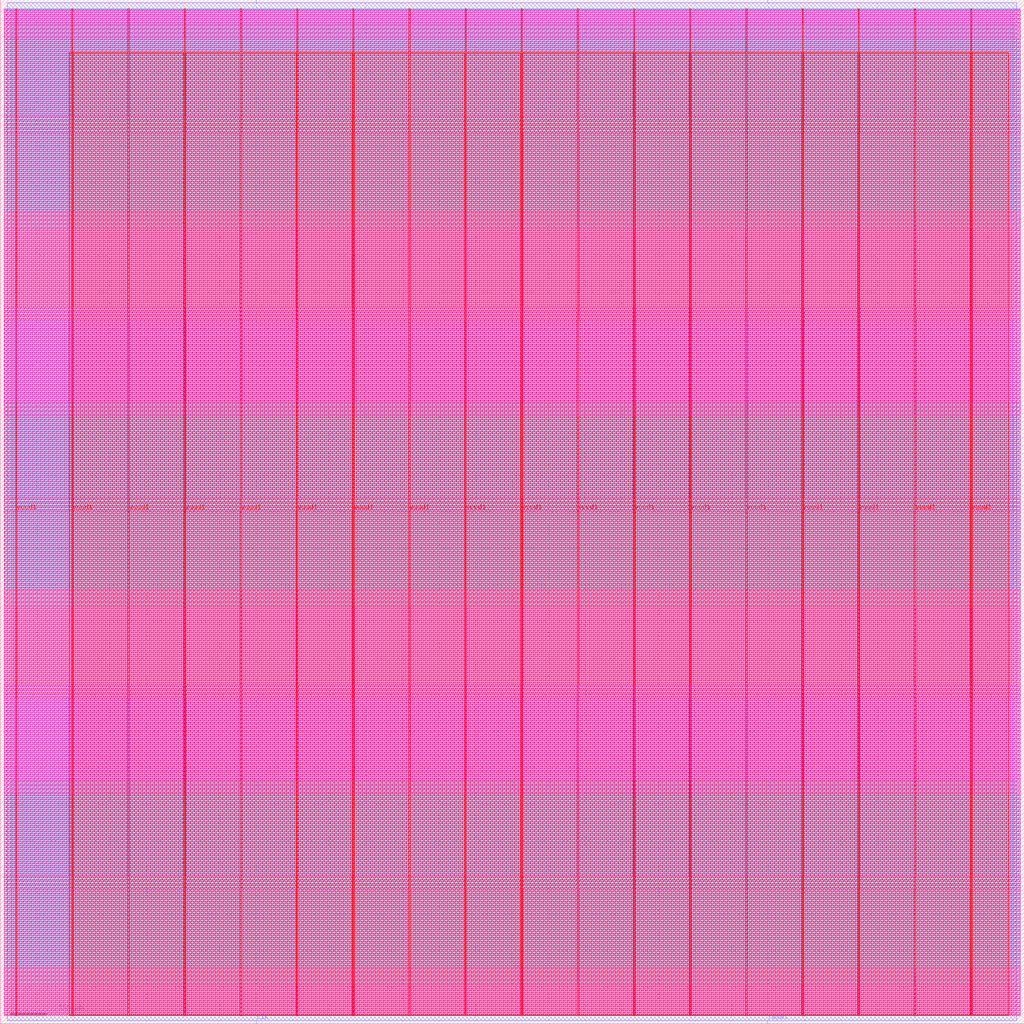
<source format=lef>
VERSION 5.7 ;
  NOWIREEXTENSIONATPIN ON ;
  DIVIDERCHAR "/" ;
  BUSBITCHARS "[]" ;
MACRO leaf_chip
  CLASS BLOCK ;
  FOREIGN leaf_chip ;
  ORIGIN 0.000 0.000 ;
  SIZE 1400.000 BY 1400.000 ;
  PIN clk
    DIRECTION INPUT ;
    USE SIGNAL ;
    PORT
      LAYER met2 ;
        RECT 349.690 0.000 349.970 4.000 ;
    END
  END clk
  PIN reset
    DIRECTION INPUT ;
    USE SIGNAL ;
    PORT
      LAYER met2 ;
        RECT 1049.350 0.000 1049.630 4.000 ;
    END
  END reset
  PIN rx
    DIRECTION INPUT ;
    USE SIGNAL ;
    PORT
      LAYER met2 ;
        RECT 349.690 1396.000 349.970 1400.000 ;
    END
  END rx
  PIN tx
    DIRECTION OUTPUT TRISTATE ;
    USE SIGNAL ;
    PORT
      LAYER met2 ;
        RECT 1049.350 1396.000 1049.630 1400.000 ;
    END
  END tx
  PIN vccd1
    DIRECTION INPUT ;
    USE POWER ;
    PORT
      LAYER met4 ;
        RECT 21.040 10.640 22.640 1387.440 ;
    END
    PORT
      LAYER met4 ;
        RECT 174.640 10.640 176.240 1387.440 ;
    END
    PORT
      LAYER met4 ;
        RECT 328.240 10.640 329.840 1387.440 ;
    END
    PORT
      LAYER met4 ;
        RECT 481.840 10.640 483.440 1387.440 ;
    END
    PORT
      LAYER met4 ;
        RECT 635.440 10.640 637.040 1387.440 ;
    END
    PORT
      LAYER met4 ;
        RECT 789.040 10.640 790.640 1387.440 ;
    END
    PORT
      LAYER met4 ;
        RECT 942.640 10.640 944.240 1387.440 ;
    END
    PORT
      LAYER met4 ;
        RECT 1096.240 10.640 1097.840 1387.440 ;
    END
    PORT
      LAYER met4 ;
        RECT 1249.840 10.640 1251.440 1387.440 ;
    END
  END vccd1
  PIN vssd1
    DIRECTION INPUT ;
    USE GROUND ;
    PORT
      LAYER met4 ;
        RECT 97.840 10.640 99.440 1387.440 ;
    END
    PORT
      LAYER met4 ;
        RECT 251.440 10.640 253.040 1387.440 ;
    END
    PORT
      LAYER met4 ;
        RECT 405.040 10.640 406.640 1387.440 ;
    END
    PORT
      LAYER met4 ;
        RECT 558.640 10.640 560.240 1387.440 ;
    END
    PORT
      LAYER met4 ;
        RECT 712.240 10.640 713.840 1387.440 ;
    END
    PORT
      LAYER met4 ;
        RECT 865.840 10.640 867.440 1387.440 ;
    END
    PORT
      LAYER met4 ;
        RECT 1019.440 10.640 1021.040 1387.440 ;
    END
    PORT
      LAYER met4 ;
        RECT 1173.040 10.640 1174.640 1387.440 ;
    END
    PORT
      LAYER met4 ;
        RECT 1326.640 10.640 1328.240 1387.440 ;
    END
  END vssd1
  OBS
      LAYER nwell ;
        RECT 5.330 1383.065 1394.450 1385.895 ;
        RECT 5.330 1377.625 1394.450 1380.455 ;
        RECT 5.330 1372.185 1394.450 1375.015 ;
        RECT 5.330 1366.745 1394.450 1369.575 ;
        RECT 5.330 1361.305 1394.450 1364.135 ;
        RECT 5.330 1355.865 1394.450 1358.695 ;
        RECT 5.330 1350.425 1394.450 1353.255 ;
        RECT 5.330 1344.985 1394.450 1347.815 ;
        RECT 5.330 1339.545 1394.450 1342.375 ;
        RECT 5.330 1334.105 1394.450 1336.935 ;
        RECT 5.330 1328.665 1394.450 1331.495 ;
        RECT 5.330 1323.225 1394.450 1326.055 ;
        RECT 5.330 1317.785 1394.450 1320.615 ;
        RECT 5.330 1312.345 1394.450 1315.175 ;
        RECT 5.330 1306.905 1394.450 1309.735 ;
        RECT 5.330 1301.465 1394.450 1304.295 ;
        RECT 5.330 1296.025 1394.450 1298.855 ;
        RECT 5.330 1290.585 1394.450 1293.415 ;
        RECT 5.330 1285.145 1394.450 1287.975 ;
        RECT 5.330 1279.705 1394.450 1282.535 ;
        RECT 5.330 1274.265 1394.450 1277.095 ;
        RECT 5.330 1268.825 1394.450 1271.655 ;
        RECT 5.330 1263.385 1394.450 1266.215 ;
        RECT 5.330 1257.945 1394.450 1260.775 ;
        RECT 5.330 1252.505 1394.450 1255.335 ;
        RECT 5.330 1247.065 1394.450 1249.895 ;
        RECT 5.330 1241.625 1394.450 1244.455 ;
        RECT 5.330 1236.185 1394.450 1239.015 ;
        RECT 5.330 1230.745 1394.450 1233.575 ;
        RECT 5.330 1225.305 1394.450 1228.135 ;
        RECT 5.330 1219.865 1394.450 1222.695 ;
        RECT 5.330 1214.425 1394.450 1217.255 ;
        RECT 5.330 1208.985 1394.450 1211.815 ;
        RECT 5.330 1203.545 1394.450 1206.375 ;
        RECT 5.330 1198.105 1394.450 1200.935 ;
        RECT 5.330 1192.665 1394.450 1195.495 ;
        RECT 5.330 1187.225 1394.450 1190.055 ;
        RECT 5.330 1181.785 1394.450 1184.615 ;
        RECT 5.330 1176.345 1394.450 1179.175 ;
        RECT 5.330 1170.905 1394.450 1173.735 ;
        RECT 5.330 1165.465 1394.450 1168.295 ;
        RECT 5.330 1160.025 1394.450 1162.855 ;
        RECT 5.330 1154.585 1394.450 1157.415 ;
        RECT 5.330 1149.145 1394.450 1151.975 ;
        RECT 5.330 1143.705 1394.450 1146.535 ;
        RECT 5.330 1138.265 1394.450 1141.095 ;
        RECT 5.330 1132.825 1394.450 1135.655 ;
        RECT 5.330 1127.385 1394.450 1130.215 ;
        RECT 5.330 1121.945 1394.450 1124.775 ;
        RECT 5.330 1116.505 1394.450 1119.335 ;
        RECT 5.330 1111.065 1394.450 1113.895 ;
        RECT 5.330 1105.625 1394.450 1108.455 ;
        RECT 5.330 1100.185 1394.450 1103.015 ;
        RECT 5.330 1094.745 1394.450 1097.575 ;
        RECT 5.330 1089.305 1394.450 1092.135 ;
        RECT 5.330 1083.865 1394.450 1086.695 ;
        RECT 5.330 1078.425 1394.450 1081.255 ;
        RECT 5.330 1072.985 1394.450 1075.815 ;
        RECT 5.330 1067.545 1394.450 1070.375 ;
        RECT 5.330 1062.105 1394.450 1064.935 ;
        RECT 5.330 1056.665 1394.450 1059.495 ;
        RECT 5.330 1051.225 1394.450 1054.055 ;
        RECT 5.330 1045.785 1394.450 1048.615 ;
        RECT 5.330 1040.345 1394.450 1043.175 ;
        RECT 5.330 1034.905 1394.450 1037.735 ;
        RECT 5.330 1029.465 1394.450 1032.295 ;
        RECT 5.330 1024.025 1394.450 1026.855 ;
        RECT 5.330 1018.585 1394.450 1021.415 ;
        RECT 5.330 1013.145 1394.450 1015.975 ;
        RECT 5.330 1007.705 1394.450 1010.535 ;
        RECT 5.330 1002.265 1394.450 1005.095 ;
        RECT 5.330 996.825 1394.450 999.655 ;
        RECT 5.330 991.385 1394.450 994.215 ;
        RECT 5.330 985.945 1394.450 988.775 ;
        RECT 5.330 980.505 1394.450 983.335 ;
        RECT 5.330 975.065 1394.450 977.895 ;
        RECT 5.330 969.625 1394.450 972.455 ;
        RECT 5.330 964.185 1394.450 967.015 ;
        RECT 5.330 958.745 1394.450 961.575 ;
        RECT 5.330 953.305 1394.450 956.135 ;
        RECT 5.330 947.865 1394.450 950.695 ;
        RECT 5.330 942.425 1394.450 945.255 ;
        RECT 5.330 936.985 1394.450 939.815 ;
        RECT 5.330 931.545 1394.450 934.375 ;
        RECT 5.330 926.105 1394.450 928.935 ;
        RECT 5.330 920.665 1394.450 923.495 ;
        RECT 5.330 915.225 1394.450 918.055 ;
        RECT 5.330 909.785 1394.450 912.615 ;
        RECT 5.330 904.345 1394.450 907.175 ;
        RECT 5.330 898.905 1394.450 901.735 ;
        RECT 5.330 893.465 1394.450 896.295 ;
        RECT 5.330 888.025 1394.450 890.855 ;
        RECT 5.330 882.585 1394.450 885.415 ;
        RECT 5.330 877.145 1394.450 879.975 ;
        RECT 5.330 871.705 1394.450 874.535 ;
        RECT 5.330 866.265 1394.450 869.095 ;
        RECT 5.330 860.825 1394.450 863.655 ;
        RECT 5.330 855.385 1394.450 858.215 ;
        RECT 5.330 849.945 1394.450 852.775 ;
        RECT 5.330 844.505 1394.450 847.335 ;
        RECT 5.330 839.065 1394.450 841.895 ;
        RECT 5.330 833.625 1394.450 836.455 ;
        RECT 5.330 828.185 1394.450 831.015 ;
        RECT 5.330 822.745 1394.450 825.575 ;
        RECT 5.330 817.305 1394.450 820.135 ;
        RECT 5.330 811.865 1394.450 814.695 ;
        RECT 5.330 806.425 1394.450 809.255 ;
        RECT 5.330 800.985 1394.450 803.815 ;
        RECT 5.330 795.545 1394.450 798.375 ;
        RECT 5.330 790.105 1394.450 792.935 ;
        RECT 5.330 784.665 1394.450 787.495 ;
        RECT 5.330 779.225 1394.450 782.055 ;
        RECT 5.330 773.785 1394.450 776.615 ;
        RECT 5.330 768.345 1394.450 771.175 ;
        RECT 5.330 762.905 1394.450 765.735 ;
        RECT 5.330 757.465 1394.450 760.295 ;
        RECT 5.330 752.025 1394.450 754.855 ;
        RECT 5.330 746.585 1394.450 749.415 ;
        RECT 5.330 741.145 1394.450 743.975 ;
        RECT 5.330 735.705 1394.450 738.535 ;
        RECT 5.330 730.265 1394.450 733.095 ;
        RECT 5.330 724.825 1394.450 727.655 ;
        RECT 5.330 719.385 1394.450 722.215 ;
        RECT 5.330 713.945 1394.450 716.775 ;
        RECT 5.330 708.505 1394.450 711.335 ;
        RECT 5.330 703.065 1394.450 705.895 ;
        RECT 5.330 697.625 1394.450 700.455 ;
        RECT 5.330 692.185 1394.450 695.015 ;
        RECT 5.330 686.745 1394.450 689.575 ;
        RECT 5.330 681.305 1394.450 684.135 ;
        RECT 5.330 675.865 1394.450 678.695 ;
        RECT 5.330 670.425 1394.450 673.255 ;
        RECT 5.330 664.985 1394.450 667.815 ;
        RECT 5.330 659.545 1394.450 662.375 ;
        RECT 5.330 654.105 1394.450 656.935 ;
        RECT 5.330 648.665 1394.450 651.495 ;
        RECT 5.330 643.225 1394.450 646.055 ;
        RECT 5.330 637.785 1394.450 640.615 ;
        RECT 5.330 632.345 1394.450 635.175 ;
        RECT 5.330 626.905 1394.450 629.735 ;
        RECT 5.330 621.465 1394.450 624.295 ;
        RECT 5.330 616.025 1394.450 618.855 ;
        RECT 5.330 610.585 1394.450 613.415 ;
        RECT 5.330 605.145 1394.450 607.975 ;
        RECT 5.330 599.705 1394.450 602.535 ;
        RECT 5.330 594.265 1394.450 597.095 ;
        RECT 5.330 588.825 1394.450 591.655 ;
        RECT 5.330 583.385 1394.450 586.215 ;
        RECT 5.330 577.945 1394.450 580.775 ;
        RECT 5.330 572.505 1394.450 575.335 ;
        RECT 5.330 567.065 1394.450 569.895 ;
        RECT 5.330 561.625 1394.450 564.455 ;
        RECT 5.330 556.185 1394.450 559.015 ;
        RECT 5.330 550.745 1394.450 553.575 ;
        RECT 5.330 545.305 1394.450 548.135 ;
        RECT 5.330 539.865 1394.450 542.695 ;
        RECT 5.330 534.425 1394.450 537.255 ;
        RECT 5.330 528.985 1394.450 531.815 ;
        RECT 5.330 523.545 1394.450 526.375 ;
        RECT 5.330 518.105 1394.450 520.935 ;
        RECT 5.330 512.665 1394.450 515.495 ;
        RECT 5.330 507.225 1394.450 510.055 ;
        RECT 5.330 501.785 1394.450 504.615 ;
        RECT 5.330 496.345 1394.450 499.175 ;
        RECT 5.330 490.905 1394.450 493.735 ;
        RECT 5.330 485.465 1394.450 488.295 ;
        RECT 5.330 480.025 1394.450 482.855 ;
        RECT 5.330 474.585 1394.450 477.415 ;
        RECT 5.330 469.145 1394.450 471.975 ;
        RECT 5.330 463.705 1394.450 466.535 ;
        RECT 5.330 458.265 1394.450 461.095 ;
        RECT 5.330 452.825 1394.450 455.655 ;
        RECT 5.330 447.385 1394.450 450.215 ;
        RECT 5.330 441.945 1394.450 444.775 ;
        RECT 5.330 436.505 1394.450 439.335 ;
        RECT 5.330 431.065 1394.450 433.895 ;
        RECT 5.330 425.625 1394.450 428.455 ;
        RECT 5.330 420.185 1394.450 423.015 ;
        RECT 5.330 414.745 1394.450 417.575 ;
        RECT 5.330 409.305 1394.450 412.135 ;
        RECT 5.330 403.865 1394.450 406.695 ;
        RECT 5.330 398.425 1394.450 401.255 ;
        RECT 5.330 392.985 1394.450 395.815 ;
        RECT 5.330 387.545 1394.450 390.375 ;
        RECT 5.330 382.105 1394.450 384.935 ;
        RECT 5.330 376.665 1394.450 379.495 ;
        RECT 5.330 371.225 1394.450 374.055 ;
        RECT 5.330 365.785 1394.450 368.615 ;
        RECT 5.330 360.345 1394.450 363.175 ;
        RECT 5.330 354.905 1394.450 357.735 ;
        RECT 5.330 349.465 1394.450 352.295 ;
        RECT 5.330 344.025 1394.450 346.855 ;
        RECT 5.330 338.585 1394.450 341.415 ;
        RECT 5.330 333.145 1394.450 335.975 ;
        RECT 5.330 327.705 1394.450 330.535 ;
        RECT 5.330 322.265 1394.450 325.095 ;
        RECT 5.330 316.825 1394.450 319.655 ;
        RECT 5.330 311.385 1394.450 314.215 ;
        RECT 5.330 305.945 1394.450 308.775 ;
        RECT 5.330 300.505 1394.450 303.335 ;
        RECT 5.330 295.065 1394.450 297.895 ;
        RECT 5.330 289.625 1394.450 292.455 ;
        RECT 5.330 284.185 1394.450 287.015 ;
        RECT 5.330 278.745 1394.450 281.575 ;
        RECT 5.330 273.305 1394.450 276.135 ;
        RECT 5.330 267.865 1394.450 270.695 ;
        RECT 5.330 262.425 1394.450 265.255 ;
        RECT 5.330 256.985 1394.450 259.815 ;
        RECT 5.330 251.545 1394.450 254.375 ;
        RECT 5.330 246.105 1394.450 248.935 ;
        RECT 5.330 240.665 1394.450 243.495 ;
        RECT 5.330 235.225 1394.450 238.055 ;
        RECT 5.330 229.785 1394.450 232.615 ;
        RECT 5.330 224.345 1394.450 227.175 ;
        RECT 5.330 218.905 1394.450 221.735 ;
        RECT 5.330 213.465 1394.450 216.295 ;
        RECT 5.330 208.025 1394.450 210.855 ;
        RECT 5.330 202.585 1394.450 205.415 ;
        RECT 5.330 197.145 1394.450 199.975 ;
        RECT 5.330 191.705 1394.450 194.535 ;
        RECT 5.330 186.265 1394.450 189.095 ;
        RECT 5.330 180.825 1394.450 183.655 ;
        RECT 5.330 175.385 1394.450 178.215 ;
        RECT 5.330 169.945 1394.450 172.775 ;
        RECT 5.330 164.505 1394.450 167.335 ;
        RECT 5.330 159.065 1394.450 161.895 ;
        RECT 5.330 153.625 1394.450 156.455 ;
        RECT 5.330 148.185 1394.450 151.015 ;
        RECT 5.330 142.745 1394.450 145.575 ;
        RECT 5.330 137.305 1394.450 140.135 ;
        RECT 5.330 131.865 1394.450 134.695 ;
        RECT 5.330 126.425 1394.450 129.255 ;
        RECT 5.330 120.985 1394.450 123.815 ;
        RECT 5.330 115.545 1394.450 118.375 ;
        RECT 5.330 110.105 1394.450 112.935 ;
        RECT 5.330 104.665 1394.450 107.495 ;
        RECT 5.330 99.225 1394.450 102.055 ;
        RECT 5.330 93.785 1394.450 96.615 ;
        RECT 5.330 88.345 1394.450 91.175 ;
        RECT 5.330 82.905 1394.450 85.735 ;
        RECT 5.330 77.465 1394.450 80.295 ;
        RECT 5.330 72.025 1394.450 74.855 ;
        RECT 5.330 66.585 1394.450 69.415 ;
        RECT 5.330 61.145 1394.450 63.975 ;
        RECT 5.330 55.705 1394.450 58.535 ;
        RECT 5.330 50.265 1394.450 53.095 ;
        RECT 5.330 44.825 1394.450 47.655 ;
        RECT 5.330 39.385 1394.450 42.215 ;
        RECT 5.330 33.945 1394.450 36.775 ;
        RECT 5.330 28.505 1394.450 31.335 ;
        RECT 5.330 23.065 1394.450 25.895 ;
        RECT 5.330 17.625 1394.450 20.455 ;
        RECT 5.330 12.185 1394.450 15.015 ;
      LAYER li1 ;
        RECT 5.520 10.795 1394.260 1387.285 ;
      LAYER met1 ;
        RECT 5.520 10.640 1394.260 1387.440 ;
      LAYER met2 ;
        RECT 9.300 1395.720 349.410 1396.000 ;
        RECT 350.250 1395.720 1049.070 1396.000 ;
        RECT 1049.910 1395.720 1390.020 1396.000 ;
        RECT 9.300 4.280 1390.020 1395.720 ;
        RECT 9.300 4.000 349.410 4.280 ;
        RECT 350.250 4.000 1049.070 4.280 ;
        RECT 1049.910 4.000 1390.020 4.280 ;
      LAYER met3 ;
        RECT 14.785 10.715 1384.995 1387.365 ;
      LAYER met4 ;
        RECT 94.135 11.735 97.440 1327.865 ;
        RECT 99.840 11.735 174.240 1327.865 ;
        RECT 176.640 11.735 251.040 1327.865 ;
        RECT 253.440 11.735 327.840 1327.865 ;
        RECT 330.240 11.735 404.640 1327.865 ;
        RECT 407.040 11.735 481.440 1327.865 ;
        RECT 483.840 11.735 558.240 1327.865 ;
        RECT 560.640 11.735 635.040 1327.865 ;
        RECT 637.440 11.735 711.840 1327.865 ;
        RECT 714.240 11.735 788.640 1327.865 ;
        RECT 791.040 11.735 865.440 1327.865 ;
        RECT 867.840 11.735 942.240 1327.865 ;
        RECT 944.640 11.735 1019.040 1327.865 ;
        RECT 1021.440 11.735 1095.840 1327.865 ;
        RECT 1098.240 11.735 1172.640 1327.865 ;
        RECT 1175.040 11.735 1249.440 1327.865 ;
        RECT 1251.840 11.735 1326.240 1327.865 ;
        RECT 1328.640 11.735 1378.785 1327.865 ;
  END
END leaf_chip
END LIBRARY


</source>
